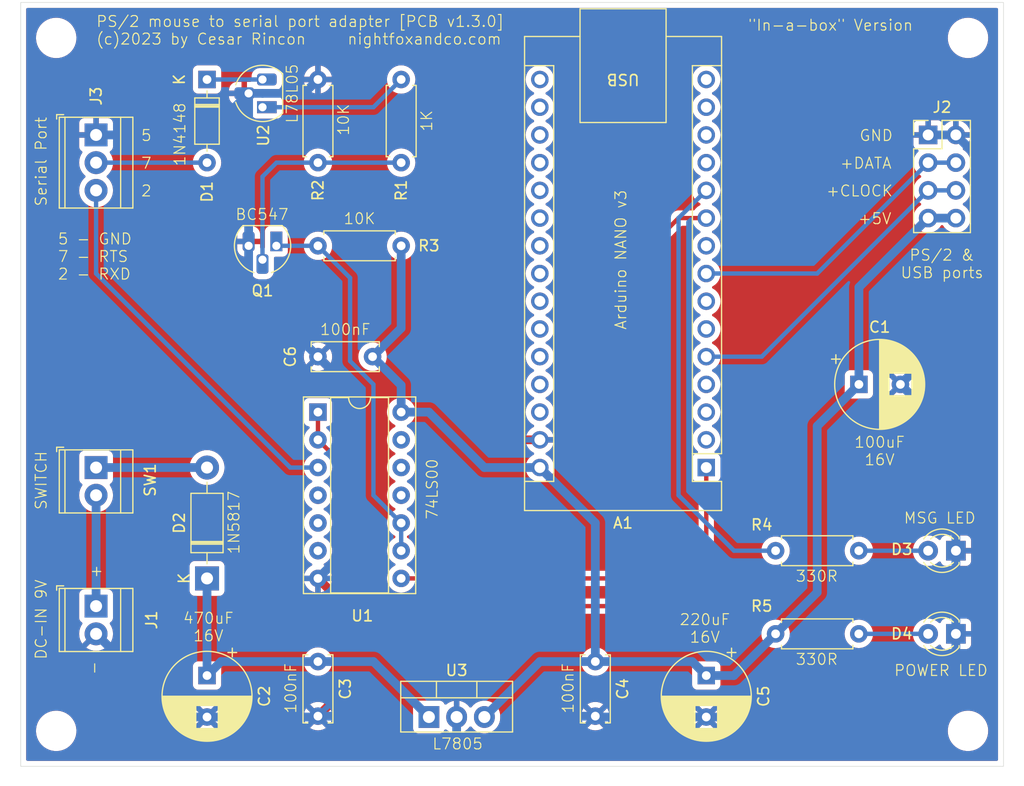
<source format=kicad_pcb>
(kicad_pcb (version 20221018) (generator pcbnew)
  (layers (0 "F.Cu" signal) (31 "B.Cu" signal) (34 "B.Paste" user) (35 "F.Paste" user) (36 "B.SilkS" user "B.Silkscreen") (37 "F.SilkS" user "F.Silkscreen") (38 "B.Mask" user) (39 "F.Mask" user) (44 "Edge.Cuts" user))
  (net 0 "")
  (net 1 "Net-(D1-A)")
  (net 2 "/GND")
  (net 3 "Net-(D2-A)")
  (net 4 "Net-(Q1-C)")
  (net 5 "Net-(Q1-B)")
  (net 6 "Net-(D2-K)")
  (net 7 "Net-(J3-Pin_3)")
  (net 8 "Net-(A1-D8)")
  (net 9 "Net-(D4-A)")
  (net 10 "/+5V")
  (net 11 "Net-(D1-K)")
  (net 12 "Net-(A1-D1{slash}TX)")
  (net 13 "Net-(A1-D7)")
  (net 17 "Net-(A1-D2)")
  (net 20 "Net-(A1-D5)")
  (net 39 "Net-(D3-A)")
  (net 40 "Net-(U2-VO)")
  (net 41 "Net-(J1-Pin_1)")
  (footprint "TerminalBlock_TE-Connectivity:TerminalBlock_TE_282834-2_1x02_P2.54mm_Horizontal" (layer "F.Cu") (at 19.219 67.639 -90)
    (fp_text reference "J1" (at 1.27 -5.08 90) (layer "F.SilkS"))
    (fp_text value "DC IN")
    (pad "1" thru_hole rect (at 0 0 270) (size 2.1 2.1) (drill 1.1) (layers "*.Cu" "*.Mask") (net 41 "Net-(J1-Pin_1)"))
    (pad "2" thru_hole circle (at 2.54 0 270) (size 2.1 2.1) (drill 1.1) (layers "*.Cu" "*.Mask") (net 2 "/GND"))
  )
  (footprint "Capacitor_THT:CP_Radial_D8.0mm_P3.80mm" (layer "F.Cu") (at 75.099 73.999 -90)
    (fp_text reference "C5" (at 1.9 -5.25 90) (layer "F.SilkS"))
    (fp_text value "220uF")
    (pad "1" thru_hole rect (at 0 0 270) (size 1.6 1.6) (drill 0.8) (layers "*.Cu" "*.Mask") (net 10 "/+5V"))
    (pad "2" thru_hole circle (at 3.8 0 270) (size 1.6 1.6) (drill 0.8) (layers "*.Cu" "*.Mask") (net 2 "/GND"))
  )
  (footprint "MountingHole:MountingHole_3.2mm_M3" (layer "F.Cu") (at 15.569 15.569)
    (fp_text reference "H1" hide)
    (fp_text value "MountingHole")
    (pad "" np_thru_hole circle (at 0 0) (size 3.2 3.2) (drill 3.2) (layers "*.Cu" "*.Mask"))
  )
  (footprint "Diode_THT:D_DO-41_SOD81_P10.16mm_Horizontal" (layer "F.Cu") (at 29.379 65.099 90)
    (fp_text reference "D2" (at 5.08 -2.54 90) (layer "F.SilkS"))
    (fp_text value "1N5817")
    (fp_text user "K" (at 0 -2.1 90) (layer "F.SilkS"))
    (pad "1" thru_hole rect (at 0 0 90) (size 2.2 2.2) (drill 1.1) (layers "*.Cu" "*.Mask") (net 6 "Net-(D2-K)"))
    (pad "2" thru_hole oval (at 10.16 0 90) (size 2.2 2.2) (drill 1.1) (layers "*.Cu" "*.Mask") (net 3 "Net-(D2-A)"))
  )
  (footprint "LED_THT:LED_D3.0mm" (layer "F.Cu") (at 97.959 70.179 180)
    (fp_text reference "D4" (at 4.953 0) (layer "F.SilkS"))
    (fp_text value "3mm RED")
    (pad "1" thru_hole rect (at 0 0 180) (size 1.8 1.8) (drill 0.9) (layers "*.Cu" "*.Mask") (net 2 "/GND"))
    (pad "2" thru_hole circle (at 2.54 0 180) (size 1.8 1.8) (drill 0.9) (layers "*.Cu" "*.Mask") (net 9 "Net-(D4-A)"))
  )
  (footprint "Package_DIP:DIP-14_W7.62mm_Socket" (layer "F.Cu") (at 39.539 49.859)
    (fp_text reference "U1" (at 4.064 18.669) (layer "F.SilkS"))
    (fp_text value "74LS00")
    (pad "1" thru_hole rect (at 0 0) (size 1.6 1.6) (drill 0.8) (layers "*.Cu" "*.Mask") (net 12 "Net-(A1-D1{slash}TX)"))
    (pad "2" thru_hole oval (at 0 2.54) (size 1.6 1.6) (drill 0.8) (layers "*.Cu" "*.Mask") (net 12 "Net-(A1-D1{slash}TX)"))
    (pad "3" thru_hole oval (at 0 5.08) (size 1.6 1.6) (drill 0.8) (layers "*.Cu" "*.Mask") (net 7 "Net-(J3-Pin_3)"))
    (pad "4" thru_hole oval (at 0 7.62) (size 1.6 1.6) (drill 0.8) (layers "*.Cu" "*.Mask"))
    (pad "5" thru_hole oval (at 0 10.16) (size 1.6 1.6) (drill 0.8) (layers "*.Cu" "*.Mask"))
    (pad "6" thru_hole oval (at 0 12.7) (size 1.6 1.6) (drill 0.8) (layers "*.Cu" "*.Mask"))
    (pad "7" thru_hole oval (at 0 15.24) (size 1.6 1.6) (drill 0.8) (layers "*.Cu" "*.Mask") (net 2 "/GND"))
    (pad "8" thru_hole oval (at 7.62 15.24) (size 1.6 1.6) (drill 0.8) (layers "*.Cu" "*.Mask") (net 13 "Net-(A1-D7)"))
    (pad "9" thru_hole oval (at 7.62 12.7) (size 1.6 1.6) (drill 0.8) (layers "*.Cu" "*.Mask") (net 4 "Net-(Q1-C)"))
    (pad "10" thru_hole oval (at 7.62 10.16) (size 1.6 1.6) (drill 0.8) (layers "*.Cu" "*.Mask") (net 4 "Net-(Q1-C)"))
    (pad "11" thru_hole oval (at 7.62 7.62) (size 1.6 1.6) (drill 0.8) (layers "*.Cu" "*.Mask"))
    (pad "12" thru_hole oval (at 7.62 5.08) (size 1.6 1.6) (drill 0.8) (layers "*.Cu" "*.Mask"))
    (pad "13" thru_hole oval (at 7.62 2.54) (size 1.6 1.6) (drill 0.8) (layers "*.Cu" "*.Mask"))
    (pad "14" thru_hole oval (at 7.62 0) (size 1.6 1.6) (drill 0.8) (layers "*.Cu" "*.Mask") (net 10 "/+5V"))
  )
  (footprint "Diode_THT:D_DO-35_SOD27_P7.62mm_Horizontal" (layer "F.Cu") (at 29.379 19.379 -90)
    (fp_text reference "D1" (at 10.287 0 90) (layer "F.SilkS"))
    (fp_text value "1N4148")
    (fp_text user "K" (at 0 2.54 90) (layer "F.SilkS"))
    (pad "1" thru_hole rect (at 0 0 270) (size 1.6 1.6) (drill 0.8) (layers "*.Cu" "*.Mask") (net 11 "Net-(D1-K)"))
    (pad "2" thru_hole oval (at 7.62 0 270) (size 1.6 1.6) (drill 0.8) (layers "*.Cu" "*.Mask") (net 1 "Net-(D1-A)"))
  )
  (footprint "Resistor_THT:R_Axial_DIN0207_L6.3mm_D2.5mm_P7.62mm_Horizontal" (layer "F.Cu") (at 47.159 26.999 90)
    (fp_text reference "R1" (at -2.54 0 90) (layer "F.SilkS"))
    (fp_text value "1K")
    (pad "1" thru_hole circle (at 0 0 90) (size 1.6 1.6) (drill 0.8) (layers "*.Cu" "*.Mask") (net 5 "Net-(Q1-B)"))
    (pad "2" thru_hole oval (at 7.62 0 90) (size 1.6 1.6) (drill 0.8) (layers "*.Cu" "*.Mask") (net 40 "Net-(U2-VO)"))
  )
  (footprint "MountingHole:MountingHole_3.2mm_M3" (layer "F.Cu") (at 15.569 79.069)
    (fp_text reference "H3" hide)
    (fp_text value "MountingHole")
    (pad "" np_thru_hole circle (at 0 0) (size 3.2 3.2) (drill 3.2) (layers "*.Cu" "*.Mask"))
  )
  (footprint "Capacitor_THT:C_Disc_D6.0mm_W2.5mm_P5.00mm" (layer "F.Cu") (at 39.539 72.719 -90)
    (fp_text reference "C3" (at 2.5 -2.5 90) (layer "F.SilkS"))
    (fp_text value "100nF")
    (pad "1" thru_hole circle (at 0 0 270) (size 1.6 1.6) (drill 0.8) (layers "*.Cu" "*.Mask") (net 6 "Net-(D2-K)"))
    (pad "2" thru_hole circle (at 5 0 270) (size 1.6 1.6) (drill 0.8) (layers "*.Cu" "*.Mask") (net 2 "/GND"))
  )
  (footprint "Resistor_THT:R_Axial_DIN0207_L6.3mm_D2.5mm_P7.62mm_Horizontal" (layer "F.Cu") (at 39.539 26.999 90)
    (fp_text reference "R2" (at -2.54 0 90) (layer "F.SilkS"))
    (fp_text value "10K")
    (pad "1" thru_hole circle (at 0 0 90) (size 1.6 1.6) (drill 0.8) (layers "*.Cu" "*.Mask") (net 5 "Net-(Q1-B)"))
    (pad "2" thru_hole oval (at 7.62 0 90) (size 1.6 1.6) (drill 0.8) (layers "*.Cu" "*.Mask") (net 2 "/GND"))
  )
  (footprint "LED_THT:LED_D3.0mm" (layer "F.Cu") (at 97.959 62.559 180)
    (fp_text reference "D3" (at 4.953 0.127) (layer "F.SilkS"))
    (fp_text value "3mm YELLOW")
    (pad "1" thru_hole rect (at 0 0 180) (size 1.8 1.8) (drill 0.9) (layers "*.Cu" "*.Mask") (net 2 "/GND"))
    (pad "2" thru_hole circle (at 2.54 0 180) (size 1.8 1.8) (drill 0.9) (layers "*.Cu" "*.Mask") (net 39 "Net-(D3-A)"))
  )
  (footprint "Package_TO_SOT_THT:TO-92_HandSolder" (layer "F.Cu") (at 34.459 21.919 90)
    (fp_text reference "U2" (at -2.592 0.085 90) (layer "F.SilkS"))
    (fp_text value "L78L05")
    (pad "1" thru_hole rect (at 0 0 90) (size 1.1 1.8) (drill 0.75 (offset 0 0.4)) (layers "*.Cu" "*.Mask") (net 40 "Net-(U2-VO)"))
    (pad "2" thru_hole roundrect (at 1.27 -1.27 90) (size 1.1 1.8) (drill 0.75 (offset 0 -0.4)) (layers "*.Cu" "*.Mask") (net 2 "/GND"))
    (pad "3" thru_hole roundrect (at 2.54 0 90) (size 1.1 1.8) (drill 0.75 (offset 0 0.4)) (layers "*.Cu" "*.Mask") (net 11 "Net-(D1-K)"))
  )
  (footprint "Resistor_THT:R_Axial_DIN0207_L6.3mm_D2.5mm_P7.62mm_Horizontal" (layer "F.Cu") (at 47.159 34.619 180)
    (fp_text reference "R3" (at -2.54 0) (layer "F.SilkS"))
    (fp_text value "10K")
    (pad "1" thru_hole circle (at 0 0 180) (size 1.6 1.6) (drill 0.8) (layers "*.Cu" "*.Mask") (net 10 "/+5V"))
    (pad "2" thru_hole oval (at 7.62 0 180) (size 1.6 1.6) (drill 0.8) (layers "*.Cu" "*.Mask") (net 4 "Net-(Q1-C)"))
  )
  (footprint "Resistor_THT:R_Axial_DIN0207_L6.3mm_D2.5mm_P7.62mm_Horizontal" (layer "F.Cu") (at 81.449 62.559)
    (fp_text reference "R4" (at -1.27 -2.37) (layer "F.SilkS"))
    (fp_text value "330R")
    (pad "1" thru_hole circle (at 0 0) (size 1.6 1.6) (drill 0.8) (layers "*.Cu" "*.Mask") (net 8 "Net-(A1-D8)"))
    (pad "2" thru_hole oval (at 7.62 0) (size 1.6 1.6) (drill 0.8) (layers "*.Cu" "*.Mask") (net 39 "Net-(D3-A)"))
  )
  (footprint "MountingHole:MountingHole_3.2mm_M3" (layer "F.Cu") (at 99.069 79.069)
    (fp_text reference "H4" hide)
    (fp_text value "MountingHole")
    (pad "" np_thru_hole circle (at 0 0) (size 3.2 3.2) (drill 3.2) (layers "*.Cu" "*.Mask"))
  )
  (footprint "Capacitor_THT:C_Disc_D6.0mm_W2.5mm_P5.00mm" (layer "F.Cu") (at 64.939 72.719 -90)
    (fp_text reference "C4" (at 2.5 -2.5 90) (layer "F.SilkS"))
    (fp_text value "100nF")
    (pad "1" thru_hole circle (at 0 0 270) (size 1.6 1.6) (drill 0.8) (layers "*.Cu" "*.Mask") (net 10 "/+5V"))
    (pad "2" thru_hole circle (at 5 0 270) (size 1.6 1.6) (drill 0.8) (layers "*.Cu" "*.Mask") (net 2 "/GND"))
  )
  (footprint "TerminalBlock_TE-Connectivity:TerminalBlock_TE_282834-3_1x03_P2.54mm_Horizontal" (layer "F.Cu") (at 19.219 24.459 -90)
    (fp_text reference "J3" (at -3.556 0 -90) (layer "F.SilkS"))
    (fp_text value "Serial Port")
    (pad "1" thru_hole rect (at 0 0 270) (size 2.1 2.1) (drill 1.1) (layers "*.Cu" "*.Mask") (net 2 "/GND"))
    (pad "2" thru_hole circle (at 2.54 0 270) (size 2.1 2.1) (drill 1.1) (layers "*.Cu" "*.Mask") (net 1 "Net-(D1-A)"))
    (pad "3" thru_hole circle (at 5.08 0 270) (size 2.1 2.1) (drill 1.1) (layers "*.Cu" "*.Mask") (net 7 "Net-(J3-Pin_3)"))
  )
  (footprint "Package_TO_SOT_THT:TO-92_HandSolder" (layer "F.Cu") (at 35.729 34.619 180)
    (fp_text reference "Q1" (at 1.27 -4.116 180) (layer "F.SilkS"))
    (fp_text value "BC547")
    (pad "1" thru_hole rect (at 0 0 180) (size 1.1 1.8) (drill 0.75 (offset 0 0.4)) (layers "*.Cu" "*.Mask") (net 4 "Net-(Q1-C)"))
    (pad "2" thru_hole roundrect (at 1.27 -1.27 180) (size 1.1 1.8) (drill 0.75 (offset 0 -0.4)) (layers "*.Cu" "*.Mask") (net 5 "Net-(Q1-B)"))
    (pad "3" thru_hole roundrect (at 2.54 0 180) (size 1.1 1.8) (drill 0.75 (offset 0 0.4)) (layers "*.Cu" "*.Mask") (net 2 "/GND"))
  )
  (footprint "Module:Arduino_Nano" (layer "F.Cu") (at 75.099 54.939 180)
    (fp_text reference "A1" (at 7.62 -5.08) (layer "F.SilkS"))
    (fp_text value "Arduino NANO v3")
    (fp_text user "USB" (at 7.62 35.56 180 unlocked) (layer "F.SilkS"))
    (pad "1" thru_hole rect (at 0 0 180) (size 1.6 1.6) (drill 1) (layers "*.Cu" "*.Mask") (net 12 "Net-(A1-D1{slash}TX)"))
    (pad "2" thru_hole oval (at 0 2.54 180) (size 1.6 1.6) (drill 1) (layers "*.Cu" "*.Mask"))
    (pad "3" thru_hole oval (at 0 5.08 180) (size 1.6 1.6) (drill 1) (layers "*.Cu" "*.Mask"))
    (pad "4" thru_hole oval (at 0 7.62 180) (size 1.6 1.6) (drill 1) (layers "*.Cu" "*.Mask"))
    (pad "5" thru_hole oval (at 0 10.16 180) (size 1.6 1.6) (drill 1) (layers "*.Cu" "*.Mask") (net 17 "Net-(A1-D2)"))
    (pad "6" thru_hole oval (at 0 12.7 180) (size 1.6 1.6) (drill 1) (layers "*.Cu" "*.Mask"))
    (pad "7" thru_hole oval (at 0 15.24 180) (size 1.6 1.6) (drill 1) (layers "*.Cu" "*.Mask"))
    (pad "8" thru_hole oval (at 0 17.78 180) (size 1.6 1.6) (drill 1) (layers "*.Cu" "*.Mask") (net 20 "Net-(A1-D5)"))
    (pad "9" thru_hole oval (at 0 20.32 180) (size 1.6 1.6) (drill 1) (layers "*.Cu" "*.Mask"))
    (pad "10" thru_hole oval (at 0 22.86 180) (size 1.6 1.6) (drill 1) (layers "*.Cu" "*.Mask") (net 13 "Net-(A1-D7)"))
    (pad "11" thru_hole oval (at 0 25.4 180) (size 1.6 1.6) (drill 1) (layers "*.Cu" "*.Mask") (net 8 "Net-(A1-D8)"))
    (pad "12" thru_hole oval (at 0 27.94 180) (size 1.6 1.6) (drill 1) (layers "*.Cu" "*.Mask"))
    (pad "13" thru_hole oval (at 0 30.48 180) (size 1.6 1.6) (drill 1) (layers "*.Cu" "*.Mask"))
    (pad "14" thru_hole oval (at 0 33.02 180) (size 1.6 1.6) (drill 1) (layers "*.Cu" "*.Mask"))
    (pad "15" thru_hole oval (at 0 35.56 180) (size 1.6 1.6) (drill 1) (layers "*.Cu" "*.Mask"))
    (pad "16" thru_hole oval (at 15.24 35.56 180) (size 1.6 1.6) (drill 1) (layers "*.Cu" "*.Mask"))
    (pad "17" thru_hole oval (at 15.24 33.02 180) (size 1.6 1.6) (drill 1) (layers "*.Cu" "*.Mask"))
    (pad "18" thru_hole oval (at 15.24 30.48 180) (size 1.6 1.6) (drill 1) (layers "*.Cu" "*.Mask"))
    (pad "19" thru_hole oval (at 15.24 27.94 180) (size 1.6 1.6) (drill 1) (layers "*.Cu" "*.Mask"))
    (pad "20" thru_hole oval (at 15.24 25.4 180) (size 1.6 1.6) (drill 1) (layers "*.Cu" "*.Mask"))
    (pad "21" thru_hole oval (at 15.24 22.86 180) (size 1.6 1.6) (drill 1) (layers "*.Cu" "*.Mask"))
    (pad "22" thru_hole oval (at 15.24 20.32 180) (size 1.6 1.6) (drill 1) (layers "*.Cu" "*.Mask"))
    (pad "23" thru_hole oval (at 15.24 17.78 180) (size 1.6 1.6) (drill 1) (layers "*.Cu" "*.Mask"))
    (pad "24" thru_hole oval (at 15.24 15.24 180) (size 1.6 1.6) (drill 1) (layers "*.Cu" "*.Mask"))
    (pad "25" thru_hole oval (at 15.24 12.7 180) (size 1.6 1.6) (drill 1) (layers "*.Cu" "*.Mask"))
    (pad "26" thru_hole oval (at 15.24 10.16 180) (size 1.6 1.6) (drill 1) (layers "*.Cu" "*.Mask"))
    (pad "27" thru_hole oval (at 15.24 7.62 180) (size 1.6 1.6) (drill 1) (layers "*.Cu" "*.Mask"))
    (pad "28" thru_hole oval (at 15.24 5.08 180) (size 1.6 1.6) (drill 1) (layers "*.Cu" "*.Mask"))
    (pad "29" thru_hole oval (at 15.24 2.54 180) (size 1.6 1.6) (drill 1) (layers "*.Cu" "*.Mask") (net 2 "/GND"))
    (pad "30" thru_hole oval (at 15.24 0 180) (size 1.6 1.6) (drill 1) (layers "*.Cu" "*.Mask") (net 10 "/+5V"))
  )
  (footprint "Resistor_THT:R_Axial_DIN0207_L6.3mm_D2.5mm_P7.62mm_Horizontal" (layer "F.Cu") (at 81.449 70.179)
    (fp_text reference "R5" (at -1.27 -2.54) (layer "F.SilkS"))
    (fp_text value "330R")
    (pad "1" thru_hole circle (at 0 0) (size 1.6 1.6) (drill 0.8) (layers "*.Cu" "*.Mask") (net 10 "/+5V"))
    (pad "2" thru_hole oval (at 7.62 0) (size 1.6 1.6) (drill 0.8) (layers "*.Cu" "*.Mask") (net 9 "Net-(D4-A)"))
  )
  (footprint "Package_TO_SOT_THT:TO-220-3_Vertical" (layer "F.Cu") (at 49.699 77.799)
    (fp_text reference "U3" (at 2.54 -4.27) (layer "F.SilkS"))
    (fp_text value "L7805")
    (pad "1" thru_hole rect (at 0 0) (size 1.905 2) (drill 1.1) (layers "*.Cu" "*.Mask") (net 6 "Net-(D2-K)"))
    (pad "2" thru_hole oval (at 2.54 0) (size 1.905 2) (drill 1.1) (layers "*.Cu" "*.Mask") (net 2 "/GND"))
    (pad "3" thru_hole oval (at 5.08 0) (size 1.905 2) (drill 1.1) (layers "*.Cu" "*.Mask") (net 10 "/+5V"))
  )
  (footprint "Connector_PinHeader_2.54mm:PinHeader_2x04_P2.54mm_Vertical" (layer "F.Cu") (at 95.419 24.459)
    (fp_text reference "J2" (at 1.27 -2.54) (layer "F.SilkS"))
    (fp_text value "PS/2 & USB")
    (pad "1" thru_hole rect (at 0 0) (size 1.7 1.7) (drill 1) (layers "*.Cu" "*.Mask") (net 2 "/GND"))
    (pad "2" thru_hole oval (at 2.54 0) (size 1.7 1.7) (drill 1) (layers "*.Cu" "*.Mask") (net 2 "/GND"))
    (pad "3" thru_hole oval (at 0 2.54) (size 1.7 1.7) (drill 1) (layers "*.Cu" "*.Mask") (net 20 "Net-(A1-D5)"))
    (pad "4" thru_hole oval (at 2.54 2.54) (size 1.7 1.7) (drill 1) (layers "*.Cu" "*.Mask") (net 20 "Net-(A1-D5)"))
    (pad "5" thru_hole oval (at 0 5.08) (size 1.7 1.7) (drill 1) (layers "*.Cu" "*.Mask") (net 17 "Net-(A1-D2)"))
    (pad "6" thru_hole oval (at 2.54 5.08) (size 1.7 1.7) (drill 1) (layers "*.Cu" "*.Mask") (net 17 "Net-(A1-D2)"))
    (pad "7" thru_hole oval (at 0 7.62) (size 1.7 1.7) (drill 1) (layers "*.Cu" "*.Mask") (net 10 "/+5V"))
    (pad "8" thru_hole oval (at 2.54 7.62) (size 1.7 1.7) (drill 1) (layers "*.Cu" "*.Mask") (net 10 "/+5V"))
  )
  (footprint "Capacitor_THT:CP_Radial_D8.0mm_P3.80mm" (layer "F.Cu") (at 29.379 73.999 -90)
    (fp_text reference "C2" (at 1.9 -5.25 90) (layer "F.SilkS"))
    (fp_text value "470uF")
    (pad "1" thru_hole rect (at 0 0 270) (size 1.6 1.6) (drill 0.8) (layers "*.Cu" "*.Mask") (net 6 "Net-(D2-K)"))
    (pad "2" thru_hole circle (at 3.8 0 270) (size 1.6 1.6) (drill 0.8) (layers "*.Cu" "*.Mask") (net 2 "/GND"))
  )
  (footprint "Capacitor_THT:CP_Radial_D8.0mm_P3.80mm" (layer "F.Cu") (at 89.079 47.319)
    (fp_text reference "C1" (at 1.9 -5.25) (layer "F.SilkS"))
    (fp_text value "100uF")
    (pad "1" thru_hole rect (at 0 0) (size 1.6 1.6) (drill 0.8) (layers "*.Cu" "*.Mask") (net 10 "/+5V"))
    (pad "2" thru_hole circle (at 3.8 0) (size 1.6 1.6) (drill 0.8) (layers "*.Cu" "*.Mask") (net 2 "/GND"))
  )
  (footprint "MountingHole:MountingHole_3.2mm_M3" (layer "F.Cu") (at 99.069 15.569)
    (fp_text reference "H2" hide)
    (fp_text value "MountingHole")
    (pad "" np_thru_hole circle (at 0 0) (size 3.2 3.2) (drill 3.2) (layers "*.Cu" "*.Mask"))
  )
  (footprint "TerminalBlock_TE-Connectivity:TerminalBlock_TE_282834-2_1x02_P2.54mm_Horizontal" (layer "F.Cu") (at 19.219 54.939 -90)
    (fp_text reference "SW1" (at 1.143 -4.953 90) (layer "F.SilkS"))
    (fp_text value "Switch ON/OFF")
    (pad "1" thru_hole rect (at 0 0 270) (size 2.1 2.1) (drill 1.1) (layers "*.Cu" "*.Mask") (net 3 "Net-(D2-A)"))
    (pad "2" thru_hole circle (at 2.54 0 270) (size 2.1 2.1) (drill 1.1) (layers "*.Cu" "*.Mask") (net 41 "Net-(J1-Pin_1)"))
  )
  (footprint "Capacitor_THT:C_Disc_D6.0mm_W2.5mm_P5.00mm" (layer "F.Cu") (at 44.539 44.779 180)
    (fp_text reference "C6" (at 7.54 0 90) (layer "F.SilkS"))
    (fp_text value "100nF")
    (pad "1" thru_hole circle (at 0 0 180) (size 1.6 1.6) (drill 0.8) (layers "*.Cu" "*.Mask") (net 10 "/+5V"))
    (pad "2" thru_hole circle (at 5 0 180) (size 1.6 1.6) (drill 0.8) (layers "*.Cu" "*.Mask") (net 2 "/GND"))
  )
  (gr_rect (start 12.319 12.319) (end 102.319 82.319) (stroke (width 0.05)) (fill none) (layer "Edge.Cuts"))
  (gr_text "5 - GND\n7 - RTS\n2 - RXD" (at 15.663 37.794) (layer "F.SilkS") (effects (font (size 1 1) (thickness 0.1)) (justify left bottom)))
  (gr_text "+DATA" (at 87.291 27.634) (layer "F.SilkS") (effects (font (size 1 1) (thickness 0.1)) (justify left bottom)))
  (gr_text "L78L05" (at 37.761 23.443 90) (layer "F.SilkS") (effects (font (size 1 1) (thickness 0.1)) (justify left bottom)))
  (gr_text "74LS00" (at 50.588 59.765 90) (layer "F.SilkS") (effects (font (size 1 1) (thickness 0.1)) (justify left bottom)))
  (gr_text "5" (at 23.283 25.094) (layer "F.SilkS") (effects (font (size 1 1) (thickness 0.1)) (justify left bottom)))
  (gr_text "MSG LED" (at 93.133 60.146) (layer "F.SilkS") (effects (font (size 1 1) (thickness 0.1)) (justify left bottom)))
  (gr_text "1N4148" (at 27.474 27.38 90) (layer "F.SilkS") (effects (font (size 1 1) (thickness 0.1)) (justify left bottom)))
  (gr_text "BC547" (at 31.919 32.333) (layer "F.SilkS") (effects (font (size 1 1) (thickness 0.1)) (justify left bottom)))
  (gr_text "GND" (at 89.069 25.094) (layer "F.SilkS") (effects (font (size 1 1) (thickness 0.1)) (justify left bottom)))
  (gr_text "SWITCH" (at 14.774 58.876 90) (layer "F.SilkS") (effects (font (size 1 1) (thickness 0.1)) (justify left bottom)))
  (gr_text "-" (at 19.6 73.989 90) (layer "F.SilkS") (effects (font (size 1 1) (thickness 0.1)) (justify left bottom)))
  (gr_text "+" (at 18.584 64.972) (layer "F.SilkS") (effects (font (size 1 1) (thickness 0.1)) (justify left bottom)))
  (gr_text "100nF" (at 63.034 77.545 90) (layer "F.SilkS") (effects (font (size 1 1) (thickness 0.1)) (justify left bottom)))
  (gr_text "100uF\n16V" (at 90.974 54.812) (layer "F.SilkS") (effects (font (size 1 1) (thickness 0.1)) (justify bottom)))
  (gr_text "470uF\n16V" (at 29.506 70.941) (layer "F.SilkS") (effects (font (size 1 1) (thickness 0.1)) (justify bottom)))
  (gr_text "Serial Port" (at 14.774 31.063 90) (layer "F.SilkS") (effects (font (size 1 1) (thickness 0.1)) (justify left bottom)))
  (gr_text "+CLOCK" (at 86.021 30.174) (layer "F.SilkS") (effects (font (size 1 1) (thickness 0.1)) (justify left bottom)))
  (gr_text "330R" (at 83.227 73.1) (layer "F.SilkS") (effects (font (size 1 1) (thickness 0.1)) (justify left bottom)))
  (gr_text "220uF\n16V" (at 74.972 71.068) (layer "F.SilkS") (effects (font (size 1 1) (thickness 0.1)) (justify bottom)))
  (gr_text "1N5817" (at 32.427 62.94 90) (layer "F.SilkS") (effects (font (size 1 1) (thickness 0.1)) (justify left bottom)))
  (gr_text "+5V" (at 88.942 32.714) (layer "F.SilkS") (effects (font (size 1 1) (thickness 0.1)) (justify left bottom)))
  (gr_text "100nF" (at 37.634 77.545 90) (layer "F.SilkS") (effects (font (size 1 1) (thickness 0.1)) (justify left bottom)))
  (gr_text "2" (at 23.283 30.174) (layer "F.SilkS") (effects (font (size 1 1) (thickness 0.1)) (justify left bottom)))
  (gr_text "10K" (at 41.825 32.714) (layer "F.SilkS") (effects (font (size 1 1) (thickness 0.1)) (justify left bottom)))
  (gr_text "DC-IN 9V" (at 14.774 72.592 90) (layer "F.SilkS") (effects (font (size 1 1) (thickness 0.1)) (justify left bottom)))
  (gr_text "330R" (at 83.227 65.48) (layer "F.SilkS") (effects (font (size 1 1) (thickness 0.1)) (justify left bottom)))
  (gr_text "10K" (at 42.46 24.586 90) (layer "F.SilkS") (effects (font (size 1 1) (thickness 0.1)) (justify left bottom)))
  (gr_text "Arduino NANO v3" (at 67.86 42.366 90) (layer "F.SilkS") (effects (font (size 1 1) (thickness 0.1)) (justify left bottom)))
  (gr_text "PS/2 mouse to serial port adapter [PCB v1.3.0]\n(c)2023 by Cesar Rincon     nightfoxandco.com" (at 19.177 16.256) (layer "F.SilkS") (effects (font (size 1 1) (thickness 0.1)) (justify left bottom)))
  (gr_text "7" (at 23.283 27.634) (layer "F.SilkS") (effects (font (size 1 1) (thickness 0.1)) (justify left bottom)))
  (gr_text "PS/2 &\nUSB ports" (at 96.689 37.667) (layer "F.SilkS") (effects (font (size 1 1) (thickness 0.1)) (justify bottom)))
  (gr_text "L7805" (at 49.953 80.847) (layer "F.SilkS") (effects (font (size 1 1) (thickness 0.1)) (justify left bottom)))
  (gr_text "1K" (at 50.08 24.205 90) (layer "F.SilkS") (effects (font (size 1 1) (thickness 0.1)) (justify left bottom)))
  (gr_text "100nF" (at 39.666 42.874) (layer "F.SilkS") (effects (font (size 1 1) (thickness 0.1)) (justify left bottom)))
  (gr_text "{dblquote}In-a-box{dblquote} Version" (at 78.867 14.986) (layer "F.SilkS") (effects (font (size 1 1) (thickness 0.1)) (justify left bottom)))
  (gr_text "POWER LED" (at 92.244 74.116) (layer "F.SilkS") (effects (font (size 1 1) (thickness 0.1)) (justify left bottom)))
  (segment (start 19.219 26.999) (end 29.379 26.999) (width 0.4) (layer "B.Cu") (net 1))
  (segment (start 49.699 47.319) (end 42.079 47.319) (width 0.8) (layer "F.Cu") (net 2))
  (segment (start 42.079 67.639) (end 39.539 65.099) (width 0.8) (layer "F.Cu") (net 2))
  (segment (start 59.859 52.399) (end 54.779 52.399) (width 0.8) (layer "F.Cu") (net 2))
  (segment (start 54.779 52.399) (end 49.699 47.319) (width 0.8) (layer "F.Cu") (net 2))
  (segment (start 41.999 75.259) (end 42.079 75.259) (width 0.4) (layer "F.Cu") (net 2))
  (segment (start 42.079 75.259) (end 42.079 67.639) (width 0.8) (layer "F.Cu") (net 2))
  (segment (start 39.539 77.719) (end 41.999 75.259) (width 0.8) (layer "F.Cu") (net 2))
  (segment (start 42.079 47.319) (end 39.539 44.779) (width 0.8) (layer "F.Cu") (net 2))
  (segment (start 39.539 44.779) (end 42.079 47.319) (width 0.8) (layer "B.Cu") (net 2))
  (segment (start 75.099 77.799) (end 65.019 77.799) (width 0.8) (layer "B.Cu") (net 2))
  (segment (start 64.939 77.719) (end 59.939 77.719) (width 0.8) (layer "B.Cu") (net 2))
  (segment (start 33.189 34.619) (end 33.189 38.429) (width 0.8) (layer "B.Cu") (net 2))
  (segment (start 97.959 52.399) (end 92.879 47.319) (width 0.8) (layer "B.Cu") (net 2))
  (segment (start 75.099 77.799) (end 95.419 77.799) (width 0.8) (layer "B.Cu") (net 2))
  (segment (start 97.959 62.559) (end 97.959 70.179) (width 0.8) (layer "B.Cu") (net 2))
  (segment (start 38.269 20.649) (end 34.459 20.649) (width 0.8) (layer "B.Cu") (net 2))
  (segment (start 39.539 77.719) (end 44.539 77.719) (width 0.8) (layer "B.Cu") (net 2))
  (segment (start 42.079 62.559) (end 39.539 65.099) (width 0.8) (layer "B.Cu") (net 2))
  (segment (start 96.5785 76.6395) (end 97.959 75.259) (width 0.8) (layer "B.Cu") (net 2))
  (segment (start 100.499 39.699) (end 92.879 47.319) (width 0.8) (layer "B.Cu") (net 2))
  (segment (start 39.539 19.379) (end 38.269 20.649) (width 0.8) (layer "B.Cu") (net 2))
  (segment (start 95.419 77.799) (end 96.5785 76.6395) (width 0.8) (layer "B.Cu") (net 2))
  (segment (start 97.959 24.459) (end 100.499 26.999) (width 0.8) (layer "B.Cu") (net 2))
  (segment (start 97.959 24.459) (end 95.419 24.459) (width 0.8) (layer "B.Cu") (net 2))
  (segment (start 29.379 77.799) (end 39.459 77.799) (width 0.8) (layer "B.Cu") (net 2))
  (segment (start 52.239 80.339) (end 52.239 77.799) (width 0.8) (layer "B.Cu") (net 2))
  (segment (start 42.079 47.319) (end 42.079 62.559) (width 0.8) (layer "B.Cu") (net 2))
  (segment (start 19.219 24.459) (end 29.379 24.459) (width 0.8) (layer "B.Cu") (net 2))
  (segment (start 97.959 62.559) (end 97.959 52.399) (width 0.8) (layer "B.Cu") (net 2))
  (segment (start 59.939 77.719) (end 57.319 80.339) (width 0.8) (layer "B.Cu") (net 2))
  (segment (start 19.219 70.179) (end 26.839 77.799) (width 0.8) (layer "B.Cu") (net 2))
  (segment (start 44.539 77.719) (end 47.159 80.339) (width 0.8) (layer "B.Cu") (net 2))
  (segment (start 33.189 20.649) (end 33.189 34.619) (width 0.8) (layer "B.Cu") (net 2))
  (segment (start 100.499 26.999) (end 100.499 39.699) (width 0.8) (layer "B.Cu") (net 2))
  (segment (start 97.959 75.259) (end 97.959 70.179) (width 0.8) (layer "B.Cu") (net 2))
  (segment (start 96.6395 76.6395) (end 96.5785 76.6395) (width 0.2) (layer "B.Cu") (net 2))
  (segment (start 29.379 24.459) (end 33.189 20.649) (width 0.8) (layer "B.Cu") (net 2))
  (segment (start 33.509 20.649) (end 34.459 20.649) (width 0.8) (layer "B.Cu") (net 2))
  (segment (start 33.189 38.429) (end 39.539 44.779) (width 0.8) (layer "B.Cu") (net 2))
  (segment (start 57.319 80.339) (end 52.239 80.339) (width 0.8) (layer "B.Cu") (net 2))
  (segment (start 47.159 80.339) (end 52.239 80.339) (width 0.8) (layer "B.Cu") (net 2))
  (segment (start 26.839 77.799) (end 29.379 77.799) (width 0.8) (layer "B.Cu") (net 2))
  (segment (start 19.219 54.939) (end 29.379 54.939) (width 0.8) (layer "B.Cu") (net 3))
  (segment (start 44.619 47.319) (end 44.619 57.479) (width 0.4) (layer "B.Cu") (net 4))
  (segment (start 42.479 45.179) (end 44.619 47.319) (width 0.4) (layer "B.Cu") (net 4))
  (segment (start 47.159 60.019) (end 47.159 62.559) (width 0.4) (layer "B.Cu") (net 4))
  (segment (start 44.619 57.479) (end 47.159 60.019) (width 0.4) (layer "B.Cu") (net 4))
  (segment (start 39.539 34.619) (end 42.479 37.559) (width 0.4) (layer "B.Cu") (net 4))
  (segment (start 39.539 34.619) (end 35.729 34.619) (width 0.4) (layer "B.Cu") (net 4))
  (segment (start 42.479 37.559) (end 42.479 45.179) (width 0.4) (layer "B.Cu") (net 4))
  (segment (start 47.159 26.999) (end 39.539 26.999) (width 0.4) (layer "B.Cu") (net 5))
  (segment (start 35.739 26.999) (end 39.539 26.999) (width 0.4) (layer "B.Cu") (net 5))
  (segment (start 34.459 35.889) (end 34.459 28.279) (width 0.4) (layer "B.Cu") (net 5))
  (segment (start 34.459 28.279) (end 35.739 26.999) (width 0.4) (layer "B.Cu") (net 5))
  (segment (start 39.539 72.719) (end 44.619 72.719) (width 0.8) (layer "B.Cu") (net 6))
  (segment (start 29.379 65.099) (end 29.379 73.999) (width 0.8) (layer "B.Cu") (net 6))
  (segment (start 44.619 72.719) (end 49.699 77.799) (width 0.8) (layer "B.Cu") (net 6))
  (segment (start 30.659 72.719) (end 29.379 73.999) (width 0.8) (layer "B.Cu") (net 6))
  (segment (start 39.539 72.719) (end 30.659 72.719) (width 0.8) (layer "B.Cu") (net 6))
  (segment (start 19.219 37.159) (end 19.219 29.539) (width 0.4) (layer "B.Cu") (net 7))
  (segment (start 36.999 54.939) (end 19.219 37.159) (width 0.4) (layer "B.Cu") (net 7))
  (segment (start 39.539 54.939) (end 36.999 54.939) (width 0.4) (layer "B.Cu") (net 7))
  (segment (start 72.559 32.079) (end 75.099 29.539) (width 0.4) (layer "B.Cu") (net 8))
  (segment (start 81.449 62.559) (end 77.639 62.559) (width 0.4) (layer "B.Cu") (net 8))
  (segment (start 72.559 57.479) (end 72.559 32.079) (width 0.4) (layer "B.Cu") (net 8))
  (segment (start 77.639 62.559) (end 72.559 57.479) (width 0.4) (layer "B.Cu") (net 8))
  (segment (start 89.069 70.179) (end 95.419 70.179) (width 0.4) (layer "B.Cu") (net 9))
  (segment (start 64.939 72.719) (end 59.859 72.719) (width 0.8) (layer "B.Cu") (net 10))
  (segment (start 73.819 72.719) (end 75.099 73.999) (width 0.8) (layer "B.Cu") (net 10))
  (segment (start 97.959 32.079) (end 95.419 32.079) (width 0.8) (layer "B.Cu") (net 10))
  (segment (start 89.079 38.419) (end 89.079 47.319) (width 0.8) (layer "B.Cu") (net 10))
  (segment (start 64.939 72.719) (end 73.819 72.719) (width 0.8) (layer "B.Cu") (net 10))
  (segment (start 89.079 47.319) (end 85.259 51.139) (width 0.8) (layer "B.Cu") (net 10))
  (segment (start 64.939 60.019) (end 59.859 54.939) (width 0.8) (layer "B.Cu") (net 10))
  (segment (start 47.159 47.399) (end 44.539 44.779) (width 0.8) (layer "B.Cu") (net 10))
  (segment (start 47.159 49.859) (end 49.699 49.859) (width 0.8) (layer "B.Cu") (net 10))
  (segment (start 54.779 54.939) (end 59.859 54.939) (width 0.8) (layer "B.Cu") (net 10))
  (segment (start 95.419 32.079) (end 89.079 38.419) (width 0.8) (layer "B.Cu") (net 10))
  (segment (start 85.259 51.139) (end 85.259 66.369) (width 0.8) (layer "B.Cu") (net 10))
  (segment (start 59.859 72.719) (end 54.779 77.799) (width 0.8) (layer "B.Cu") (net 10))
  (segment (start 85.259 66.369) (end 81.449 70.179) (width 0.8) (layer "B.Cu") (net 10))
  (segment (start 47.159 42.159) (end 44.539 44.779) (width 0.8) (layer "B.Cu") (net 10))
  (segment (start 64.939 72.719) (end 64.939 60.019) (width 0.8) (layer "B.Cu") (net 10))
  (segment (start 77.629 73.999) (end 81.449 70.179) (width 0.8) (layer "B.Cu") (net 10))
  (segment (start 47.159 49.859) (end 47.159 47.399) (width 0.8) (layer "B.Cu") (net 10))
  (segment (start 49.699 49.859) (end 54.779 54.939) (width 0.8) (layer "B.Cu") (net 10))
  (segment (start 75.099 73.999) (end 77.629 73.999) (width 0.8) (layer "B.Cu") (net 10))
  (segment (start 47.159 34.619) (end 47.159 42.159) (width 0.8) (layer "B.Cu") (net 10))
  (segment (start 29.379 19.379) (end 34.459 19.379) (width 0.4) (layer "B.Cu") (net 11))
  (segment (start 42.079 65.099) (end 42.079 54.939) (width 0.4) (layer "F.Cu") (net 12))
  (segment (start 44.619 67.639) (end 42.079 65.099) (width 0.4) (layer "F.Cu") (net 12))
  (segment (start 39.539 49.859) (end 39.539 52.399) (width 0.4) (layer "F.Cu") (net 12))
  (segment (start 42.079 54.939) (end 39.539 52.399) (width 0.4) (layer "F.Cu") (net 12))
  (segment (start 75.099 54.939) (end 75.099 62.559) (width 0.4) (layer "F.Cu") (net 12))
  (segment (start 75.099 62.559) (end 70.019 67.639) (width 0.4) (layer "F.Cu") (net 12))
  (segment (start 70.019 67.639) (end 44.619 67.639) (width 0.4) (layer "F.Cu") (net 12))
  (segment (start 72.559 32.079) (end 70.019 34.619) (width 0.4) (layer "F.Cu") (net 13))
  (segment (start 75.099 32.079) (end 72.559 32.079) (width 0.4) (layer "F.Cu") (net 13))
  (segment (start 70.019 34.619) (end 70.019 62.559) (width 0.4) (layer "F.Cu") (net 13))
  (segment (start 70.019 62.559) (end 67.479 65.099) (width 0.4) (layer "F.Cu") (net 13))
  (segment (start 67.479 65.099) (end 47.159 65.099) (width 0.4) (layer "F.Cu") (net 13))
  (segment (start 80.179 44.779) (end 95.419 29.539) (width 0.4) (layer "B.Cu") (net 17))
  (segment (start 97.959 29.539) (end 95.419 29.539) (width 0.4) (layer "B.Cu") (net 17))
  (segment (start 75.099 44.779) (end 80.179 44.779) (width 0.4) (layer "B.Cu") (net 17))
  (segment (start 75.099 37.159) (end 85.259 37.159) (width 0.4) (layer "B.Cu") (net 20))
  (segment (start 97.959 26.999) (end 95.419 26.999) (width 0.4) (layer "B.Cu") (net 20))
  (segment (start 85.259 37.159) (end 95.419 26.999) (width 0.4) (layer "B.Cu") (net 20))
  (segment (start 89.069 62.559) (end 95.419 62.559) (width 0.4) (layer "B.Cu") (net 39))
  (segment (start 44.619 21.919) (end 34.459 21.919) (width 0.4) (layer "B.Cu") (net 40))
  (segment (start 47.159 19.379) (end 44.619 21.919) (width 0.4) (layer "B.Cu") (net 40))
  (segment (start 19.219 67.639) (end 19.219 57.479) (width 0.8) (layer "B.Cu") (net 41))
  (zone (net 2) (net_name "/GND") (layers "F&B.Cu") (connect_pads (clearance 0.5)) (min_thickness 0.25) (fill yes (thermal_gap 0.5) (thermal_bridge_width 0.5))
    (polygon (pts (xy 12.446 12.446) (xy 102.235 12.446) (xy 102.235 82.169) (xy 12.446 82.169)))
  )
)
</source>
